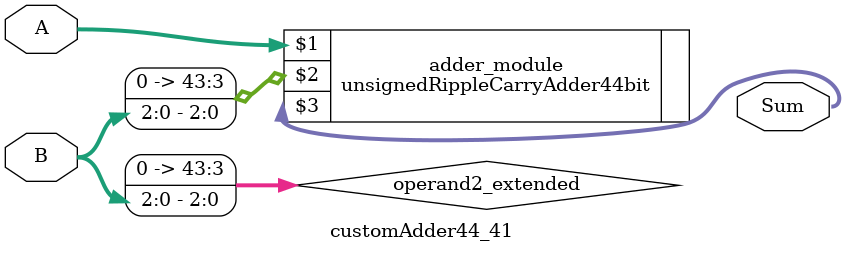
<source format=v>
module customAdder44_41(
                        input [43 : 0] A,
                        input [2 : 0] B,
                        
                        output [44 : 0] Sum
                );

        wire [43 : 0] operand2_extended;
        
        assign operand2_extended =  {41'b0, B};
        
        unsignedRippleCarryAdder44bit adder_module(
            A,
            operand2_extended,
            Sum
        );
        
        endmodule
        
</source>
